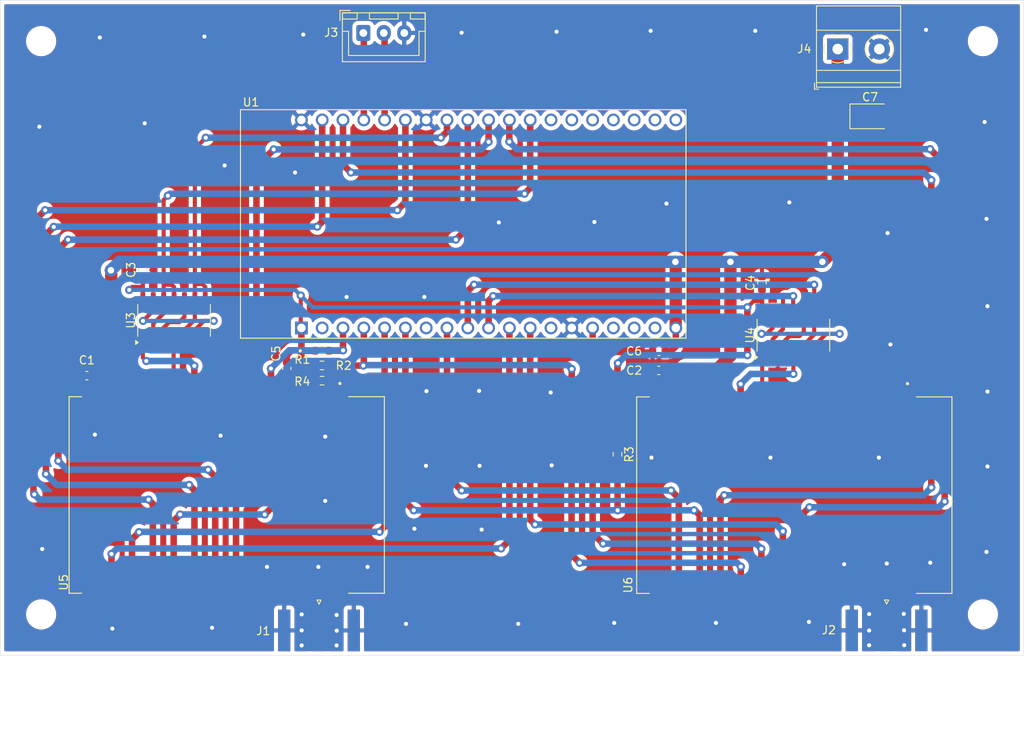
<source format=kicad_pcb>
(kicad_pcb (version 20240108) (generator "pcbnew") (generator_version "8.0")
  (layers (0 "F.Cu" signal) (31 "B.Cu" signal) (34 "B.Paste" user) (35 "F.Paste" user) (36 "B.SilkS" user "B.Silkscreen") (37 "F.SilkS" user "F.Silkscreen") (38 "B.Mask" user) (39 "F.Mask" user) (44 "Edge.Cuts" user))
  (net 0 "")
  (net 1 "+3.3V")
  (net 2 "GND")
  (net 3 "+5V")
  (net 4 "Net-(J1-In)")
  (net 5 "Net-(J2-In)")
  (net 6 "/RXD")
  (net 7 "/TXD")
  (net 8 "/MISO1")
  (net 9 "/MISO2")
  (net 10 "/BUSY2")
  (net 11 "/BUSY1")
  (net 12 "/SCK1")
  (net 13 "/RST2")
  (net 14 "/TXEN2")
  (net 15 "/INT1")
  (net 16 "/RST1")
  (net 17 "/TXEN1")
  (net 18 "/SCK2")
  (net 19 "/RXEN2")
  (net 20 "/RXEN1")
  (net 21 "/MOSI1")
  (net 22 "/CS2")
  (net 23 "/CS1")
  (net 24 "/MOSI2")
  (net 25 "/INT2")
  (net 26 "Net-(U3-Pad10)")
  (net 27 "Net-(U5-RXEN)")
  (net 28 "Net-(U5-TXEN)")
  (net 29 "Net-(U3-Pad13)")
  (net 30 "Net-(U4-Pad13)")
  (net 31 "Net-(U6-TXEN)")
  (net 32 "Net-(U4-Pad10)")
  (net 33 "Net-(U6-RXEN)")
  (footprint "MountingHole:MountingHole_3.2mm_M3_DIN965" (layer "F.Cu") (at 202.53 120.93)
    (property "Reference" "H2" (hide yes))
    (property "Value" "MountingHole" (hide yes))
  )
  (footprint "Connector_Coaxial:SMA_Amphenol_132289_EdgeMount" (layer "F.Cu") (at 190.77 122.88 -90)
    (property "Reference" "J2")
    (property "Value" "Conn_Coaxial" (hide yes))
  )
  (footprint "MountingHole:MountingHole_3.2mm_M3_DIN965" (layer "F.Cu") (at 202.53 50.93)
    (property "Reference" "H4" (hide yes))
    (property "Value" "MountingHole" (hide yes))
  )
  (footprint "Connector_Coaxial:SMA_Amphenol_132289_EdgeMount" (layer "F.Cu") (at 121.46 122.89 -90)
    (property "Reference" "J1")
    (property "Value" "Conn_Coaxial" (hide yes))
  )
  (footprint "Capacitor_SMD:C_0603_1608Metric" (layer "F.Cu") (at 162.95 91.14 180)
    (property "Reference" "C2")
    (property "Value" "100nF")
  )
  (footprint "Capacitor_SMD:C_0603_1608Metric" (layer "F.Cu") (at 117.53 90.89 -90)
    (property "Reference" "C5")
    (property "Value" "100nF")
  )
  (footprint "Capacitor_SMD:C_0603_1608Metric" (layer "F.Cu") (at 162.965 88.81 180)
    (property "Reference" "C6")
    (property "Value" "100nF")
  )
  (footprint "Package_SO:SO-14_3.9x8.65mm_P1.27mm" (layer "F.Cu") (at 179.39 86.835 90)
    (property "Reference" "U4")
    (property "Value" "74HCT02")
  )
  (footprint "Resistor_SMD:R_0603_1608Metric" (layer "F.Cu") (at 121.82 90.53)
    (property "Reference" "R2")
    (property "Value" "22k")
  )
  (footprint "Capacitor_SMD:C_0603_1608Metric" (layer "F.Cu") (at 93.11 91.77 180)
    (property "Reference" "C1")
    (property "Value" "100nF")
  )
  (footprint "MountingHole:MountingHole_3.2mm_M3_DIN965" (layer "F.Cu") (at 87.53 50.93)
    (property "Reference" "H3" (hide yes))
    (property "Value" "MountingHole" (hide yes))
  )
  (footprint "Resistor_SMD:R_0603_1608Metric" (layer "F.Cu") (at 157.91 101.39 -90)
    (property "Reference" "R3")
    (property "Value" "22k")
  )
  (footprint "IBDZ:XCVR_E22-900M30S" (layer "F.Cu") (at 110.19 106.3475 90)
    (property "Reference" "U5")
    (property "Value" "E22-900M30S")
  )
  (footprint "Resistor_SMD:R_0603_1608Metric" (layer "F.Cu") (at 121.835 92.39)
    (property "Reference" "R4")
    (property "Value" "22k")
  )
  (footprint "TerminalBlock_Phoenix:TerminalBlock_Phoenix_MKDS-1,5-2-5.08_1x02_P5.08mm_Horizontal" (layer "F.Cu") (at 184.805 51.895)
    (property "Reference" "J4")
    (property "Value" "Conn_01x02" (hide yes))
  )
  (footprint "IBDZ:XCVR_E22-900M30S" (layer "F.Cu") (at 179.5 106.37 90)
    (property "Reference" "U6")
    (property "Value" "E22-433M30S")
  )
  (footprint "Capacitor_Tantalum_SMD:CP_EIA-3528-21_Kemet-B" (layer "F.Cu") (at 188.7525 60.11)
    (property "Reference" "C7")
    (property "Value" "47uF")
  )
  (footprint "Connector_JST:JST_XH_B3B-XH-A_1x03_P2.50mm_Vertical" (layer "F.Cu") (at 126.87 49.93)
    (property "Reference" "J3")
    (property "Value" "Conn_01x03")
  )
  (footprint "Resistor_SMD:R_0603_1608Metric" (layer "F.Cu") (at 121.835 88.73)
    (property "Reference" "R1")
    (property "Value" "22k")
  )
  (footprint "Package_SO:SO-14_3.9x8.65mm_P1.27mm" (layer "F.Cu") (at 103.76 85.03 90)
    (property "Reference" "U3")
    (property "Value" "74HCT02")
  )
  (footprint "Capacitor_SMD:C_0603_1608Metric" (layer "F.Cu") (at 99.94 78.865 90)
    (property "Reference" "C3")
    (property "Value" "100nF")
  )
  (footprint "IBDZ:ESPRESSIF_ESP32-DEVKITC-32UE" (layer "F.Cu") (at 142.17 73.25 90)
    (property "Reference" "U1")
    (property "Value" "ESP32-DEVKITC-32UE")
  )
  (footprint "Capacitor_SMD:C_0603_1608Metric" (layer "F.Cu") (at 175.55 80.455 90)
    (property "Reference" "C4")
    (property "Value" "100nF")
  )
  (footprint "MountingHole:MountingHole_3.2mm_M3_DIN965" (layer "F.Cu") (at 87.53 120.93)
    (property "Reference" "H1" (hide yes))
    (property "Value" "MountingHole" (hide yes))
  )
  (gr_line (start 207.53 125.93) (end 82.53 125.93) (stroke (width 0.05)) (layer "Edge.Cuts"))
  (gr_line (start 82.53 125.93) (end 82.53 45.93) (stroke (width 0.05)) (layer "Edge.Cuts"))
  (gr_line (start 207.53 45.93) (end 207.53 125.93) (stroke (width 0.05)) (layer "Edge.Cuts"))
  (gr_line (start 82.53 45.93) (end 207.53 45.93) (stroke (width 0.05)) (layer "Edge.Cuts"))
  (segment (start 117.53 89.27) (end 117.53 90.115) (width 0.8) (layer "F.Cu") (net 1))
  (segment (start 99.95 82.555) (end 99.95 80.94) (width 0.5) (layer "F.Cu") (net 1))
  (segment (start 119.25 88.74) (end 121 88.74) (width 0.8) (layer "F.Cu") (net 1))
  (segment (start 119.3 88.69) (end 118.11 88.69) (width 0.8) (layer "F.Cu") (net 1))
  (segment (start 119.82 92.39) (end 121.01 92.39) (width 0.8) (layer "F.Cu") (net 1))
  (segment (start 119.31 91.88) (end 119.82 92.39) (width 0.8) (layer "F.Cu") (net 1))
  (segment (start 98.66 80.94) (end 98.29 81.31) (width 0.5) (layer "F.Cu") (net 1))
  (segment (start 99.95 80.94) (end 99.95 79.65) (width 0.5) (layer "F.Cu") (net 1))
  (segment (start 119.31 88.68) (end 119.31 90.67) (width 0.8) (layer "F.Cu") (net 1))
  (segment (start 118.11 88.69) (end 117.53 89.27) (width 0.8) (layer "F.Cu") (net 1))
  (segment (start 175.58 82.67) (end 174.53 82.67) (width 0.5) (layer "F.Cu") (net 1))
  (segment (start 157.91 90.31) (end 157.96 90.26) (width 0.8) (layer "F.Cu") (net 1))
  (segment (start 174.53 82.67) (end 173.77 83.43) (width 0.5) (layer "F.Cu") (net 1))
  (segment (start 119.31 88.68) (end 119.31 85.9125) (width 0.8) (layer "F.Cu") (net 1))
  (segment (start 99.95 79.65) (end 99.94 79.64) (width 0.5) (layer "F.Cu") (net 1))
  (segment (start 119.23 85.8325) (end 119.31 85.9125) (width 0.5) (layer "F.Cu") (net 1))
  (segment (start 119.45 90.53) (end 119.31 90.67) (width 0.8) (layer "F.Cu") (net 1))
  (segment (start 121 88.74) (end 121.01 88.73) (width 0.8) (layer "F.Cu") (net 1))
  (segment (start 173.77 83.43) (end 173.77 89.28) (width 0.8) (layer "F.Cu") (net 1))
  (segment (start 119.31 90.67) (end 119.31 91.88) (width 0.8) (layer "F.Cu") (net 1))
  (segment (start 119.25 88.74) (end 119.31 88.68) (width 0.8) (layer "F.Cu") (net 1))
  (segment (start 119.31 88.68) (end 119.3 88.69) (width 0.8) (layer "F.Cu") (net 1))
  (segment (start 175.58 84.36) (end 175.58 82.67) (width 0.5) (layer "F.Cu") (net 1))
  (segment (start 119.23 81.99) (end 119.23 85.8325) (width 0.5) (layer "F.Cu") (net 1))
  (segment (start 99.95 80.94) (end 98.66 80.94) (width 0.5) (layer "F.Cu") (net 1))
  (segment (start 120.995 90.53) (end 119.45 90.53) (width 0.8) (layer "F.Cu") (net 1))
  (segment (start 175.58 82.67) (end 175.58 82.37) (width 0.5) (layer "F.Cu") (net 1))
  (segment (start 175.58 82.37) (end 175.58 81.26) (width 0.5) (layer "F.Cu") (net 1))
  (segment (start 157.91 100.565) (end 157.91 90.31) (width 0.8) (layer "F.Cu") (net 1))
  (segment (start 175.58 81.26) (end 175.55 81.23) (width 0.5) (layer "F.Cu") (net 1))
  (via (at 173.77 83.43) (size 1) (drill 0.5) (layers "F.Cu" "B.Cu") (net 1))
  (via (at 98.29 81.31) (size 1) (drill 0.5) (layers "F.Cu" "B.Cu") (net 1))
  (via (at 119.23 81.99) (size 1) (drill 0.5) (layers "F.Cu" "B.Cu") (net 1))
  (via (at 173.77 89.28) (size 1) (drill 0.5) (layers "F.Cu" "B.Cu") (net 1))
  (via (at 157.96 90.26) (size 1) (drill 0.5) (layers "F.Cu" "B.Cu") (net 1))
  (segment (start 158.94 89.28) (end 157.96 90.26) (width 0.8) (layer "B.Cu") (net 1))
  (segment (start 120.67 83.43) (end 119.23 81.99) (width 0.5) (layer "B.Cu") (net 1))
  (segment (start 118.55 81.31) (end 119.23 81.99) (width 0.5) (layer "B.Cu") (net 1))
  (segment (start 173.77 83.43) (end 120.67 83.43) (width 0.5) (layer "B.Cu") (net 1))
  (segment (start 98.29 81.31) (end 118.55 81.31) (width 0.5) (layer "B.Cu") (net 1))
  (segment (start 173.77 89.28) (end 158.94 89.28) (width 0.8) (layer "B.Cu") (net 1))
  (via (at 94.09 98.98) (size 1) (drill 0.5) (layers "F.Cu" "B.Cu") (net 2))
  (via (at 157.51 121.97) (size 1) (drill 0.5) (layers "F.Cu" "B.Cu") (net 2))
  (via (at 145.79 122.09) (size 1) (drill 0.5) (layers "F.Cu" "B.Cu") (net 2))
  (via (at 119.54 50.13) (size 1) (drill 0.5) (layers "F.Cu" "B.Cu") (net 2))
  (via (at 176.59 101.79) (size 1) (drill 0.5) (layers "F.Cu" "B.Cu") (net 2))
  (via (at 202.74 60.8) (size 1) (drill 0.5) (layers "F.Cu" "B.Cu") (net 2))
  (via (at 134.58 93.67) (size 1) (drill 0.5) (layers "F.Cu" "B.Cu") (net 2))
  (via (at 178.89 70.62) (size 1) (drill 0.5) (layers "F.Cu" "B.Cu") (net 2))
  (via (at 189.83 101.79) (size 1) (drill 0.5) (layers "F.Cu" "B.Cu") (net 2))
  (via (at 141.01 93.64) (size 1) (drill 0.5) (layers "F.Cu" "B.Cu") (net 2))
  (via (at 109.93 66.11) (size 1) (drill 0.5) (layers "F.Cu" "B.Cu") (net 2))
  (via (at 188.64 120.89) (size 1) (drill 0.5) (layers "F.Cu" "B.Cu") (net 2))
  (via (at 196.1 114.62) (size 1) (drill 0.5) (layers "F.Cu" "B.Cu") (net 2))
  (via (at 119.34 124.72) (size 1) (drill 0.5) (layers "F.Cu" "B.Cu") (net 2))
  (via (at 133.11 110.47) (size 1) (drill 0.5) (layers "F.Cu" "B.Cu") (net 2))
  (via (at 162.06 101.79) (size 1) (drill 0.5) (layers "F.Cu" "B.Cu") (net 2))
  (via (at 203.09 93.73) (size 1) (drill 0.5) (layers "F.Cu" "B.Cu") (net 2))
  (via (at 119.34 122.89) (size 1) (drill 0.5) (layers "F.Cu" "B.Cu") (net 2))
  (via (at 192.9 122.87) (size 1) (drill 0.5) (layers "F.Cu" "B.Cu") (net 2))
  (via (at 141.32 110.58) (size 1) (drill 0.5) (layers "F.Cu" "B.Cu") (net 2))
  (via (at 191.24 87.97) (size 1) (drill 0.5) (layers "F.Cu" "B.Cu") (net 2))
  (via (at 149.75 93.83) (size 1) (drill 0.5) (layers "F.Cu" "B.Cu") (net 2))
  (via (at 192.92 124.69) (size 1) (drill 0.5) (layers "F.Cu" "B.Cu") (net 2))
  (via (at 190.79 114.72) (size 1) (drill 0.5) (layers "F.Cu" "B.Cu") (net 2))
  (via (at 188.64 124.7) (size 1) (drill 0.5) (layers "F.Cu" "B.Cu") (net 2))
  (via (at 87.31 61.38) (size 1) (drill 0.5) (layers "F.Cu" "B.Cu") (net 2))
  (via (at 107.47 50.37) (size 1) (drill 0.5) (layers "F.Cu" "B.Cu") (net 2))
  (via (at 123.61 121) (size 1) (drill 0.5) (layers "F.Cu" "B.Cu") (net 2))
  (via (at 203.09 102.87) (size 1) (drill 0.5) (layers "F.Cu" "B.Cu") (net 2))
  (via (at 123.6 124.72) (size 1) (drill 0.5) (layers "F.Cu" "B.Cu") (net 2))
  (via (at 174.73 49.67) (size 1) (drill 0.5) (layers "F.Cu" "B.Cu") (net 2))
  (via (at 115.11 115.13) (size 1) (drill 0.5) (layers "F.Cu" "B.Cu") (net 2))
  (via (at 185.59 114.81) (size 1) (drill 0.5) (layers "F.Cu" "B.Cu") (net 2))
  (via (at 122.22 99.22) (size 1) (drill 0.5) (layers "F.Cu" "B.Cu") (net 2))
  (via (at 203.09 83.3) (size 1) (drill 0.5) (layers "F.Cu" "B.Cu") (net 2))
  (via (at 134.32 82.17) (size 1) (drill 0.5) (layers "F.Cu" "B.Cu") (net 2))
  (via (at 132.08 122.09) (size 1) (drill 0.5) (layers "F.Cu" "B.Cu") (net 2))
  (via (at 138.87 49.9) (size 1) (drill 0.5) (layers "F.Cu" "B.Cu") (net 2))
  (via (at 150.47 49.78) (size 1) (drill 0.5) (layers "F.Cu" "B.Cu") (net 2))
  (via (at 119.34 120.93) (size 1) (drill 0.5) (layers "F.Cu" "B.Cu") (net 2))
  (via (at 122.22 107.07) (size 1) (drill 0.5) (layers "F.Cu" "B.Cu") (net 2))
  (via (at 163.89 70.77) (size 1) (drill 0.5) (layers "F.Cu" "B.Cu") (net 2))
  (via (at 155.09 73.01) (size 1) (drill 0.5) (layers "F.Cu" "B.Cu") (net 2))
  (via (at 123.62 122.92) (size 1) (drill 0.5) (layers "F.Cu" "B.Cu") (net 2))
  (via (at 149.87 102.73) (size 1) (drill 0.5) (layers "F.Cu" "B.Cu") (net 2))
  (via (at 190.89 74.37) (size 1) (drill 0.5) (layers "F.Cu" "B.Cu") (net 2))
  (via (at 108.4 122.56) (size 1) (drill 0.5) (layers "F.Cu" "B.Cu") (net 2))
  (via (at 188.64 122.9) (size 1) (drill 0.5) (layers "F.Cu" "B.Cu") (net 2))
  (via (at 161.96 49.67) (size 1) (drill 0.5) (layers "F.Cu" "B.Cu") (net 2))
  (via (at 143.42 73.07) (size 1) (drill 0.5) (layers "F.Cu" "B.Cu") (net 2))
  (via (at 141.07 102.78) (size 1) (drill 0.5) (layers "F.Cu" "B.Cu") (net 2))
  (via (at 195.59 49.55) (size 1) (drill 0.5) (layers "F.Cu" "B.Cu") (net 2))
  (via (at 202.97 72.63) (size 1) (drill 0.5) (layers "F.Cu" "B.Cu") (net 2))
  (via (at 87.66 112.95) (size 1) (drill 0.5) (layers "F.Cu" "B.Cu") (net 2))
  (via (at 134.52 102.79) (size 1) (drill 0.5) (layers "F.Cu" "B.Cu") (net 2))
  (via (at 169.93 121.97) (size 1) (drill 0.5) (layers "F.Cu" "B.Cu") (net 2))
  (via (at 192.87 120.87) (size 1) (drill 0.5) (layers "F.Cu" "B.Cu") (net 2))
  (via (at 121.38 115.13) (size 1) (drill 0.5) (layers "F.Cu" "B.Cu") (net 2))
  (via (at 124.83 82.17) (size 1) (drill 0.5) (layers "F.Cu" "B.Cu") (net 2))
  (via (at 96.22 122.67) (size 1) (drill 0.5) (layers "F.Cu" "B.Cu") (net 2))
  (via (at 202.97 113.3) (size 1) (drill 0.5) (layers "F.Cu" "B.Cu") (net 2))
  (via (at 181.29 121.85) (size 1) (drill 0.5) (layers "F.Cu" "B.Cu") (net 2))
  (via (at 94.69 50.49) (size 1) (drill 0.5) (layers "F.Cu" "B.Cu") (net 2))
  (via (at 100.17 60.96) (size 1) (drill 0.5) (layers "F.Cu" "B.Cu") (net 2))
  (via (at 118.53 66.97) (size 1) (drill 0.5) (layers "F.Cu" "B.Cu") (net 2))
  (via (at 109.44 99.1) (size 1) (drill 0.5) (layers "F.Cu" "B.Cu") (net 2))
  (via (at 127.39 115.13) (size 1) (drill 0.5) (layers "F.Cu" "B.Cu") (net 2))
  (segment (start 171.7 77.88) (end 171.7 89.37) (width 1.5) (layer "F.Cu") (net 3))
  (segment (start 171.7 89.37) (end 170.12 90.95) (width 1.5) (layer "F.Cu") (net 3))
  (segment (start 98.63 92.46) (end 97.94 91.77) (width 1.5) (layer "F.Cu") (net 3))
  (segment (start 165.4 91.83) (end 165.4 94.795) (width 1.5) (layer "F.Cu") (net 3))
  (segment (start 165.03 85.9125) (end 165.02 85.9025) (width 1.5) (layer "F.Cu") (net 3))
  (segment (start 93.885 91.77) (end 96.09 91.77) (width 0.8) (layer "F.Cu") (net 3))
  (segment (start 187.215 60.11) (end 184.815 60.11) (width 1.5) (layer "F.Cu") (net 3))
  (segment (start 98.63 94.7725) (end 98.63 92.46) (width 1.5) (layer "F.Cu") (net 3))
  (segment (start 164.42 88.81) (end 163.74 88.81) (width 0.8) (layer "F.Cu") (net 3))
  (segment (start 170.12 90.95) (end 167.88 90.95) (width 1.5) (layer "F.Cu") (net 3))
  (segment (start 165.02 85.9025) (end 165.02 77.92) (width 1.5) (layer "F.Cu") (net 3))
  (segment (start 96.09 80.94) (end 96.09 91.77) (width 1.5) (layer "F.Cu") (net 3))
  (segment (start 167.94 94.795) (end 167.94 91.01) (width 1.5) (layer "F.Cu") (net 3))
  (segment (start 96.09 78.95) (end 96.09 80.94) (width 1.5) (layer "F.Cu") (net 3))
  (segment (start 163.725 91.14) (end 166.09 91.14) (width 0.8) (layer "F.Cu") (net 3))
  (segment (start 165.03 85.9125) (end 165.03 88.2) (width 0.8) (layer "F.Cu") (net 3))
  (segment (start 184.805 76.005) (end 184.805 60.1) (width 1.5) (layer "F.Cu") (net 3))
  (segment (start 97.94 91.77) (end 96.09 91.77) (width 1.5) (layer "F.Cu") (net 3))
  (segment (start 165.03 88.2) (end 164.42 88.81) (width 0.8) (layer "F.Cu") (net 3))
  (segment (start 166.28 90.95) (end 165.4 91.83) (width 1.5) (layer "F.Cu") (net 3))
  (segment (start 165.02 77.92) (end 164.98 77.88) (width 1.5) (layer "F.Cu") (net 3))
  (segment (start 184.805 60.1) (end 184.805 51.895) (width 1.5) (layer "F.Cu") (net 3))
  (segment (start 165.43 94.825) (end 165.4 94.795) (width 0.8) (layer "F.Cu") (net 3))
  (segment (start 167.88 90.95) (end 166.28 90.95) (width 1.5) (layer "F.Cu") (net 3))
  (segment (start 184.815 60.11) (end 184.805 60.1) (width 1.5) (layer "F.Cu") (net 3))
  (segment (start 166.09 91.14) (end 166.28 90.95) (width 0.8) (layer "F.Cu") (net 3))
  (segment (start 96.09 91.77) (end 96.09 94.7725) (width 1.5) (layer "F.Cu") (net 3))
  (segment (start 167.94 91.01) (end 167.88 90.95) (width 1.5) (layer "F.Cu") (net 3))
  (segment (start 96.05 78.91) (end 96.09 78.95) (width 1.5) (layer "F.Cu") (net 3))
  (segment (start 182.93 77.88) (end 184.805 76.005) (width 1.5) (layer "F.Cu") (net 3))
  (via (at 96.05 78.91) (size 1.5) (drill 0.8) (layers "F.Cu" "B.Cu") (net 3))
  (via (at 171.7 77.88) (size 1.5) (drill 0.8) (layers "F.Cu" "B.Cu") (net 3))
  (via (at 164.98 77.88) (size 1.5) (drill 0.8) (layers "F.Cu" "B.Cu") (net 3))
  (via (at 182.93 77.88) (size 1.5) (drill 0.8) (layers "F.Cu" "B.Cu") (net 3))
  (segment (start 97.08 77.88) (end 96.05 78.91) (width 1.5) (layer "B.Cu") (net 3))
  (segment (start 182.93 77.88) (end 171.7 77.88) (width 1.5) (layer "B.Cu") (net 3))
  (segment (start 119.31 77.88) (end 97.08 77.88) (width 1.5) (layer "B.Cu") (net 3))
  (segment (start 119.31 77.88) (end 171.7 77.88) (width 1.5) (layer "B.Cu") (net 3))
  (segment (start 171.7 77.88) (end 171.71 77.87) (width 1.5) (layer "B.Cu") (net 3))
  (segment (start 121.47 117.9225) (end 121.47 122.88) (width 1.5) (layer "F.Cu") (net 4))
  (segment (start 121.47 122.88) (end 121.46 122.89) (width 1.5) (layer "F.Cu") (net 4))
  (segment (start 190.78 122.87) (end 190.77 122.88) (width 1.5) (layer "F.Cu") (net 5))
  (segment (start 190.78 117.945) (end 190.78 122.87) (width 1.5) (layer "F.Cu") (net 5))
  (segment (start 129.47 60.55) (end 129.47 50.03) (width 0.8) (layer "F.Cu") (net 6))
  (segment (start 129.47 50.03) (end 129.37 49.93) (width 0.8) (layer "F.Cu") (net 6))
  (segment (start 126.93 49.99) (end 126.87 49.93) (width 0.8) (layer "F.Cu") (net 7))
  (segment (start 126.93 60.55) (end 126.93 49.99) (width 0.8) (layer "F.Cu") (net 7))
  (segment (start 115.59 107.97) (end 115.59 90.91) (width 0.8) (layer "F.Cu") (net 8))
  (segment (start 104.5 108.73) (end 103.71 109.52) (width 0.8) (layer "F.Cu") (net 8))
  (segment (start 124.39 85.95) (end 124.39 88.68) (width 0.8) (layer "F.Cu") (net 8))
  (segment (start 114.83 108.73) (end 115.59 107.97) (width 0.8) (layer "F.Cu") (net 8))
  (segment (start 103.71 109.52) (end 103.71 117.9225) (width 0.8) (layer "F.Cu") (net 8))
  (segment (start 124.36 88.73) (end 124.4 88.69) (width 0.8) (layer "F.Cu") (net 8))
  (segment (start 124.39 88.68) (end 124.4 88.69) (width 0.8) (layer "F.Cu") (net 8))
  (segment (start 122.66 88.73) (end 124.36 88.73) (width 0.8) (layer "F.Cu") (net 8))
  (via (at 124.4 88.69) (size 1) (drill 0.5) (layers "F.Cu" "B.Cu") (net 8))
  (via (at 114.83 108.73) (size 1) (drill 0.5) (layers "F.Cu" "B.Cu") (net 8))
  (via (at 104.5 108.73) (size 1) (drill 0.5) (layers "F.Cu" "B.Cu") (net 8))
  (via (at 115.59 90.91) (size 1) (drill 0.5) (layers "F.Cu" "B.Cu") (net 8))
  (segment (start 117.81 88.69) (end 115.59 90.91) (width 0.8) (layer "B.Cu") (net 8))
  (segment (start 114.83 108.73) (end 104.5 108.73) (width 0.8) (layer "B.Cu") (net 8))
  (segment (start 119.1 88.69) (end 117.81 88.69) (width 0.8) (layer "B.Cu") (net 8))
  (segment (start 124.4 88.69) (end 119.1 88.69) (width 0.8) (layer "B.Cu") (net 8))
  (segment (start 172.97 117.895) (end 173.02 117.945) (width 0.8) (layer "F.Cu") (net 9))
  (segment (start 126.87 90.55) (end 122.665 90.55) (width 0.8) (layer "F.Cu") (net 9))
  (segment (start 152.32 90.96) (end 152.32 91.81) (width 0.8) (layer "F.Cu") (net 9))
  (segment (start 126.87 90.55) (end 126.93 90.49) (width 0.8) (layer "F.Cu") (net 9))
  (segment (start 126.93 90.49) (end 126.93 85.95) (width 0.8) (layer "F.Cu") (net 9))
  (segment (start 152.32 91.81) (end 152.3 91.83) (width 0.8) (layer "F.Cu") (net 9))
  (segment (start 152.3 113.27) (end 152.3 113.64) (width 0.8) (layer "F.Cu") (net 9))
  (segment (start 122.665 90.55) (end 122.645 90.53) (width 0.8) (layer "F.Cu") (net 9))
  (segment (start 172.97 115.1) (end 172.97 117.895) (width 0.8) (layer "F.Cu") (net 9))
  (segment (start 152.3 91.83) (end 152.3 113.27) (width 0.8) (layer "F.Cu") (net 9))
  (segment (start 152.3 113.64) (end 153.29 114.63) (width 0.8) (layer "F.Cu") (net 9))
  (via (at 172.97 115.1) (size 1) (drill 0.5) (layers "F.Cu" "B.Cu") (net 9))
  (via (at 152.32 90.96) (size 1) (drill 0.5) (layers "F.Cu" "B.Cu") (net 9))
  (via (at 153.29 114.63) (size 1) (drill 0.5) (layers "F.Cu" "B.Cu") (net 9))
  (via (at 126.87 90.55) (size 1) (drill 0.5) (layers "F.Cu" "B.Cu") (net 9))
  (segment (start 126.93 90.49) (end 151.85 90.49) (width 0.8) (layer "B.Cu") (net 9))
  (segment (start 126.87 90.55) (end 126.93 90.49) (width 0.8) (layer "B.Cu") (net 9))
  (segment (start 151.85 90.49) (end 152.32 90.96) (width 0.8) (layer "B.Cu") (net 9))
  (segment (start 153.29 114.63) (end 172.5 114.63) (width 0.8) (layer "B.Cu") (net 9))
  (segment (start 172.5 114.63) (end 172.97 115.1) (width 0.8) (layer "B.Cu") (net 9))
  (segment (start 167.94 108.8) (end 167.94 117.945) (width 0.8) (layer "F.Cu") (net 10))
  (segment (start 167.36 108.22) (end 167.94 108.8) (width 0.8) (layer "F.Cu") (net 10))
  (segment (start 157.92 102.225) (end 157.92 108.22) (width 0.8) (layer "F.Cu") (net 10))
  (segment (start 157.91 102.215) (end 157.92 102.225) (width 0.8) (layer "F.Cu") (net 10))
  (segment (start 132.01 85.95) (end 132.01 107.2) (width 0.8) (layer "F.Cu") (net 10))
  (segment (start 132.01 107.2) (end 133.03 108.22) (width 0.8) (layer "F.Cu") (net 10))
  (segment (start 167.26 108.22) (end 167.36 108.22) (width 0.8) (layer "F.Cu") (net 10))
  (via (at 157.92 108.22) (size 1) (drill 0.5) (layers "F.Cu" "B.Cu") (net 10))
  (via (at 167.26 108.22) (size 1) (drill 0.5) (layers "F.Cu" "B.Cu") (net 10))
  (via (at 133.03 108.22) (size 1) (drill 0.5) (layers "F.Cu" "B.Cu") (net 10))
  (segment (start 157.92 108.22) (end 167.26 108.22) (width 0.8) (layer "B.Cu") (net 10))
  (segment (start 133.03 108.22) (end 157.92 108.22) (width 0.8) (layer "B.Cu") (net 10))
  (segment (start 129.47 85.95) (end 129.47 92.42) (width 0.8) (layer "F.Cu") (net 11))
  (segment (start 98.63 111.75) (end 98.63 117.9225) (width 0.8) (layer "F.Cu") (net 11))
  (segment (start 129.44 92.39) (end 129.47 92.42) (width 0.8) (layer "F.Cu") (net 11))
  (segment (start 129.47 110.22) (end 128.84 110.85) (width 0.8) (layer "F.Cu") (net 11))
  (segment (start 99.48 110.9) (end 98.63 111.75) (width 0.8) (layer "F.Cu") (net 11))
  (segment (start 129.47 92.42) (end 129.47 110.22) (width 0.8) (layer "F.Cu") (net 11))
  (segment (start 99.48 110.89) (end 99.48 110.9) (width 0.8) (layer "F.Cu") (net 11))
  (segment (start 122.66 92.39) (end 129.44 92.39) (width 0.8) (layer "F.Cu") (net 11))
  (via (at 99.48 110.89) (size 1) (drill 0.5) (layers "F.Cu" "B.Cu") (net 11))
  (via (at 128.84 110.85) (size 1) (drill 0.5) (layers "F.Cu" "B.Cu") (net 11))
  (segment (start 99.52 110.85) (end 128.84 110.85) (width 0.8) (layer "B.Cu") (net 11))
  (segment (start 99.48 110.89) (end 99.52 110.85) (width 0.8) (layer "B.Cu") (net 11))
  (segment (start 108.79 104.14) (end 108.79 117.9225) (width 0.8) (layer "F.Cu") (net 12))
  (segment (start 138.18 75.17) (end 139.63 73.72) (width 0.8) (layer "F.Cu") (net 12))
  (segment (start 107.92 103.27) (end 108.79 104.14) (width 0.8) (layer "F.Cu") (net 12))
  (segment (start 139.63 73.72) (end 139.63 60.55) (width 0.8) (layer "F.Cu") (net 12))
  (segment (start 89.63 76.36) (end 90.82 75.17) (width 0.8) (layer "F.Cu") (net 12))
  (segment (start 89.63 102.18) (end 89.63 76.36) (width 0.8) (layer "F.Cu") (net 12))
  (segment (start 138.17 75.17) (end 138.18 75.17) (width 0.8) (layer "F.Cu") (net 12))
  (via (at 138.17 75.17) (size 1) (drill 0.5) (layers "F.Cu" "B.Cu") (net 12))
  (via (at 107.92 103.27) (size 1) (drill 0.5) (layers "F.Cu" "B.Cu") (net 12))
  (via (at 90.82 75.17) (size 1) (drill 0.5) (layers "F.Cu" "B.Cu") (net 12))
  (via (at 89.63 102.18) (size 1) (drill 0.5) (layers "F.Cu" "B.Cu") (net 12))
  (segment (start 138.17 75.17) (end 90.82 75.17) (width 0.8) (layer "B.Cu") (net 12))
  (segment (start 90.7 103.25) (end 89.63 102.18) (width 0.8) (layer "B.Cu") (net 12))
  (segment (start 107.9 103.25) (end 90.7 103.25) (width 0.8) (layer "B.Cu") (net 12))
  (segment (start 107.92 103.27) (end 107.9 103.25) (width 0.8) (layer "B.Cu") (net 12))
  (segment (start 170.48 117.945) (end 170.48 106.85) (width 0.8) (layer "F.Cu") (net 13))
  (segment (start 124.39 66) (end 124.39 60.55) (width 0.8) (layer "F.Cu") (net 13))
  (segment (start 170.48 106.85) (end 170.95 106.38) (width 0.8) (layer "F.Cu") (net 13))
  (segment (start 125.36 66.97) (end 124.39 66) (width 0.8) (layer "F.Cu") (net 13))
  (segment (start 196.23 67.9) (end 196.23 105.44) (width 0.8) (layer "F.Cu") (net 13))
  (via (at 125.36 66.97) (size 1) (drill 0.5) (layers "F.Cu" "B.Cu") (net 13))
  (via (at 170.95 106.38) (size 1) (drill 0.5) (layers "F.Cu" "B.Cu") (net 13))
  (via (at 196.23 105.44) (size 1) (drill 0.5) (layers "F.Cu" "B.Cu") (net 13))
  (via (at 196.23 67.9) (size 1) (drill 0.5) (layers "F.Cu" "B.Cu") (net 13))
  (segment (start 195.3 66.97) (end 196.23 67.9) (width 0.8) (layer "B.Cu") (net 13))
  (segment (start 195.29 106.38) (end 196.23 105.44) (width 0.8) (layer "B.Cu") (net 13))
  (segment (start 170.95 106.38) (end 195.29 106.38) (width 0.8) (layer "B.Cu") (net 13))
  (segment (start 125.36 66.97) (end 195.3 66.97) (width 0.8) (layer "B.Cu") (net 13))
  (segment (start 142.17 82.62) (end 142.73 82.06) (width 0.8) (layer "F.Cu") (net 14))
  (segment (start 178.12 84.36) (end 178.12 82.34) (width 0.5) (layer "F.Cu") (net 14))
  (segment (start 176.85 87.35) (end 176.85 89.31) (width 0.5) (layer "F.Cu") (net 14))
  (segment (start 178.12 86.08) (end 176.85 87.35) (width 0.5) (layer "F.Cu") (net 14))
  (segment (start 178.12 84.36) (end 178.12 86.08) (width 0.5) (layer "F.Cu") (net 14))
  (segment (start 178.12 82.34) (end 178.4 82.06) (width 0.5) (layer "F.Cu") (net 14))
  (segment (start 179.36 84.33) (end 179.39 84.36) (width 0.5) (layer "F.Cu") (net 14))
  (segment (start 178.4 82.06) (end 179.36 82.06) (width 0.5) (layer "F.Cu") (net 14))
  (segment (start 142.17 85.95) (end 142.17 82.62) (width 0.8) (layer "F.Cu") (net 14))
  (segment (start 179.36 82.06) (end 179.36 84.33) (width 0.5) (layer "F.Cu") (net 14))
  (via (at 179.36 82.06) (size 1) (drill 0.5) (layers "F.Cu" "B.Cu") (net 14))
  (via (at 142.73 82.06) (size 1) (drill 0.5) (layers "F.Cu" "B.Cu") (net 14))
  (segment (start 142.73 82.06) (end 179.36 82.06) (width 0.8) (layer "B.Cu") (net 14))
  (segment (start 96.12 113.55) (end 96.12 117.8925) (width 0.8) (layer "F.Cu") (net 15))
  (segment (start 144.71 85.95) (end 144.71 111.86) (width 0.8) (layer "F.Cu") (net 15))
  (segment (start 144.71 111.86) (end 143.69 112.88) (width 0.8) (layer "F.Cu") (net 15))
  (segment (start 96.12 117.8925) (end 96.09 117.9225) (width 0.8) (layer "F.Cu") (net 15))
  (via (at 96.12 113.55) (size 1) (drill 0.5) (layers "F.Cu" "B.Cu") (net 15))
  (via (at 143.69 112.88) (size 1) (drill 0.5) (layers "F.Cu" "B.Cu") (net 15))
  (segment (start 143.69 112.88) (end 96.79 112.88) (width 0.8) (layer "B.Cu") (net 15))
  (segment (start 96.79 112.88) (end 96.12 113.55) (width 0.8) (layer "B.Cu") (net 15))
  (segment (start 86.59 106.16) (end 86.7 106.27) (width 0.8) (layer "F.Cu") (net 16))
  (segment (start 132.01 70.58) (end 132.01 60.55) (width 0.8) (layer "F.Cu") (net 16))
  (segment (start 101.17 107.44) (end 100.64 106.91) (width 0.8) (layer "F.Cu") (net 16))
  (segment (start 88.02 71.57) (end 86.59 73) (width 0.8) (layer "F.Cu") (net 16))
  (segment (start 101.17 117.9225) (end 101.17 107.44) (width 0.8) (layer "F.Cu") (net 16))
  (segment (start 131.02 71.57) (end 132.01 70.58) (width 0.8) (layer "F.Cu") (net 16))
  (segment (start 86.59 73) (end 86.59 106.16) (width 0.8) (layer "F.Cu") (net 16))
  (via (at 88.02 71.57) (size 1) (drill 0.5) (layers "F.Cu" "B.Cu") (net 16))
  (via (at 131.02 71.57) (size 1) (drill 0.5) (layers "F.Cu" "B.Cu") (net 16))
  (via (at 100.64 106.91) (size 1) (drill 0.5) (layers "F.Cu" "B.Cu") (net 16))
  (via (at 86.7 106.27) (size 1) (drill 0.5) (layers "F.Cu" "B.Cu") (net 16))
  (segment (start 86.7 106.27) (end 87.34 106.91) (width 0.8) (layer "B.Cu") (net 16))
  (segment (start 87.34 106.91) (end 100.64 106.91) (width 0.8) (layer "B.Cu") (net 16))
  (segment (start 131.02 71.57) (end 88.02 71.57) (width 0.8) (layer "B.Cu") (net 16))
  (segment (start 103.48 80.68) (end 102.49 80.68) (width 0.5) (layer "F.Cu") (net 17))
  (segment (start 102.49 82.555) (end 102.49 80.68) (width 0.5) (layer "F.Cu") (net 17))
  (segment (start 103.76 82.555) (end 103.76 80.96) (width 0.5) (layer "F.Cu") (net 17))
  (segment (start 147.25 68.87) (end 147.25 60.55) (width 0.8) (layer "F.Cu") (net 17))
  (segment (start 101.22 85.44) (end 101.22 87.505) (width 0.5) (layer "F.Cu") (net 17))
  (segment (start 102.49 80.68) (end 102.49 70.31) (width 0.5) (layer "F.Cu") (net 17))
  (segment (start 103.76 80.96) (end 103.48 80.68) (width 0.5) (layer "F.Cu") (net 17))
  (segment (start 102.49 82.555) (end 102.49 84.17) (width 0.5) (layer "F.Cu") (net 17))
  (segment (start 102.49 70.31) (end 103 69.8) (width 0.5) (layer "F.Cu") (net 17))
  (segment (start 146.56 69.56) (end 147.25 68.87) (width 0.8) (layer "F.Cu") (net 17))
  (segment (start 102.49 84.17) (end 101.22 85.44) (width 0.5) (layer "F.Cu") (net 17))
  (via (at 103 69.8) (size 1) (drill 0.5) (layers "F.Cu" "B.Cu") (net 17))
  (via (at 146.56 69.56) (size 1) (drill 0.5) (layers "F.Cu" "B.Cu") (net 17))
  (segment (start 103.24 69.56) (end 103 69.8) (width 0.8) (layer "B.Cu") (net 17))
  (segment (start 146.56 69.56) (end 103.24 69.56) (width 0.8) (layer "B.Cu") (net 17))
  (segment (start 178.1 110.78) (end 178.1 117.945) (width 0.8) (layer "F.Cu") (net 18))
  (segment (start 147.25 109.36) (end 147.84 109.95) (width 0.8) (layer "F.Cu") (net 18))
  (segment (start 147.25 85.95) (end 147.25 109.36) (width 0.8) (layer "F.Cu") (net 18))
  (via (at 147.84 109.95) (size 1) (drill 0.5) (layers "F.Cu" "B.Cu") (net 18))
  (via (at 178.1 110.78) (size 1) (drill 0.5) (layers "F.Cu" "B.Cu") (net 18))
  (segment (start 177.27 109.95) (end 147.84 109.95) (width 0.8) (layer "B.Cu") (net 18))
  (segment (start 178.1 110.78) (end 177.27 109.95) (width 0.8) (layer "B.Cu") (net 18))
  (segment (start 181.93 84.36) (end 181.93 82.15) (width 0.5) (layer "F.Cu") (net 19))
  (segment (start 181.93 86.75) (end 181.93 84.36) (width 0.5) (layer "F.Cu") (net 19))
  (segment (start 180.66 88.02) (end 181.93 86.75) (width 0.5) (layer "F.Cu") (net 19))
  (segment (start 181.93 80.68) (end 181.92 80.67) (width 0.5) (layer "F.Cu") (net 19))
  (segment (start 182.81 82.15) (end 181.93 82.15) (width 0.5) (layer "F.Cu") (net 19))
  (segment (start 139.63 81.44) (end 139.63 85.95) (width 0.8) (layer "F.Cu") (net 19))
  (segment (start 183.2 82.54) (end 182.81 82.15) (width 0.5) (layer "F.Cu") (net 19))
  (segment (start 180.66 89.31) (end 180.66 88.02) (width 0.5) (layer "F.Cu") (net 19))
  (segment (start 140.4 80.67) (end 139.63 81.44) (width 0.8) (layer "F.Cu") (net 19))
  (segment (start 181.93 82.15) (end 181.93 80.68) (width 0.5) (layer "F.Cu") (net 19))
  (segment (start 183.2 84.36) (end 183.2 82.54) (width 0.5) (layer "F.Cu") (net 19))
  (via (at 181.92 80.67) (size 1) (drill 0.5) (layers "F.Cu" "B.Cu") (net 19))
  (via (at 140.4 80.67) (size 1) (drill 0.5) (layers "F.Cu" "B.Cu") (net 19))
  (segment (start 181.92 80.67) (end 140.4 80.67) (width 0.8) (layer "B.Cu") (net 19))
  (segment (start 105.03 86.2) (end 106.3 84.93) (width 0.5) (layer "F.Cu") (net 20))
  (segment (start 105.03 87.505) (end 105.03 86.2) (width 0.5) (layer "F.Cu") (net 20))
  (segment (start 107.63 62.72) (end 106.3 64.05) (width 0.5) (layer "F.Cu") (net 20))
  (segment (start 106.3 64.05) (end 106.3 80.62) (width 0.5) (layer "F.Cu") (net 20))
  (segment (start 106.33 80.59) (end 106.3 80.62) (width 0.5) (layer "F.Cu") (net 20))
  (segment (start 106.3 80.62) (end 106.3 82.555) (width 0.5) (layer "F.Cu") (net 20))
  (segment (start 107.57 82.555) (end 107.57 80.94) (width 0.5) (layer "F.Cu") (net 20))
  (segment (start 107.57 80.94) (end 107.22 80.59) (width 0.5) (layer "F.Cu") (net 20))
  (segment (start 106.3 84.93) (end 106.3 82.555) (width 0.5) (layer "F.Cu") (net 20))
  (segment (start 137.09 61.97) (end 137.09 60.55) (width 0.8) (layer "F.Cu") (net 20))
  (segment (start 107.22 80.59) (end 106.33 80.59) (width 0.5) (layer "F.Cu") (net 20))
  (segment (start 136.34 62.72) (end 137.09 61.97) (width 0.8) (layer "F.Cu") (net 20))
  (via (at 107.63 62.72) (size 1) (drill 0.5) (layers "F.Cu" "B.Cu") (net 20))
  (via (at 136.34 62.72) (size 1) (drill 0.5) (layers "F.Cu" "B.Cu") (net 20))
  (segment (start 107.63 62.72) (end 136.34 62.72) (width 0.8) (layer "B.Cu") (net 20))
  (segment (start 121.85 72.98) (end 121.85 60.55) (width 0.8) (layer "F.Cu") (net 21))
  (segment (start 106.25 117.9225) (end 106.25 105.77) (width 0.8) (layer "F.Cu") (net 21))
  (segment (start 89.07 73.61) (end 88.12 74.56) (width 0.8) (layer "F.Cu") (net 21))
  (segment (start 88.12 74.56) (end 88.12 103.79) (width 0.8) (layer "F.Cu") (net 21))
  (segment (start 106.25 105.77) (end 105.6 105.12) (width 0.8) (layer "F.Cu") (net 21))
  (segment (start 121.25 73.58) (end 121.85 72.98) (width 0.8) (layer "F.Cu") (net 21))
  (via (at 105.6 105.12) (size 1) (drill 0.5) (layers "F.Cu" "B.Cu") (net 21))
  (via (at 88.12 103.79) (size 1) (drill 0.5) (layers "F.Cu" "B.Cu") (net 21))
  (via (at 121.25 73.58) (size 1) (drill 0.5) (layers "F.Cu" "B.Cu") (net 21))
  (via (at 89.07 73.61) (size 1) (drill 0.5) (layers "F.Cu" "B.Cu") (net 21))
  (segment (start 89.45 105.12) (end 105.6 105.12) (width 0.8) (layer "B.Cu") (net 21))
  (segment (start 89.1 73.58) (end 89.07 73.61) (width 0.8) (layer "B.Cu") (net 21))
  (segment (start 121.25 73.58) (end 89.1 73.58) (width 0.8) (layer "B.Cu") (net 21))
  (segment (start 88.12 103.79) (end 89.45 105.12) (width 0.8) (layer "B.Cu") (net 21))
  (segment (start 180.64 108.55) (end 181.34 107.85) (width 0.8) (layer "F.Cu") (net 22))
  (segment (start 180.64 117.945) (end 180.64 108.55) (width 0.8) (layer "F.Cu") (net 22))
  (segment (start 196.08 64.12) (end 197.86 65.9) (width 0.8) (layer "F.Cu") (net 22))
  (segment (start 197.86 65.9) (end 197.86 107.14) (width 0.8) (layer "F.Cu") (net 22))
  (segment (start 144.7 63.21) (end 144.7 60.56) (width 0.8) (layer "F.Cu") (net 22))
  (segment (start 144.7 60.56) (end 144.71 60.55) (width 0.8) (layer "F.Cu") (net 22))
  (via (at 196.08 64.12) (size 1) (drill 0.5) (layers "F.Cu" "B.Cu") (net 22))
  (via (at 197.86 107.14) (size 1) (drill 0.5) (layers "F.Cu" "B.Cu") (net 22))
  (via (at 181.34 107.85) (size 1) (drill 0.5) (layers "F.Cu" "B.Cu") (net 22))
  (via (at 144.7 63.21) (size 1) (drill 0.5) (layers "F.Cu" "B.Cu") (net 22))
  (segment (start 197.15 107.85) (end 197.86 107.14) (width 0.8) (layer "B.Cu") (net 22))
  (segment (start 196.08 64.12) (end 145.61 64.12) (width 0.8) (layer "B.Cu") (net 22))
  (segment (start 181.34 107.85) (end 197.15 107.85) (width 0.8) (layer "B.Cu") (net 22))
  (segment (start 145.61 64.12) (end 144.7 63.21) (width 0.8) (layer "B.Cu") (net 22))
  (segment (start 111.33 107.64) (end 111.33 117.9225) (width 0.8) (layer "F.Cu") (net 23))
  (segment (start 115.93 64.15) (end 113.82 66.26) (width 0.8) (layer "F.Cu") (net 23))
  (segment (start 113.82 105.15) (end 111.33 107.64) (width 0.8) (layer "F.Cu") (net 23))
  (segment (start 113.82 66.26) (end 113.82 105.15) (width 0.8) (layer "F.Cu") (net 23))
  (segment (start 142.17 63.23) (end 142.17 60.55) (width 0.8) (layer "F.Cu") (net 23))
  (via (at 115.93 64.15) (size 1) (drill 0.5) (layers "F.Cu" "B.Cu") (net 23))
  (via (at 142.17 63.23) (size 1) (drill 0.5) (layers "F.Cu" "B.Cu") (net 23))
  (segment (start 141.25 64.15) (end 142.17 63.23) (width 0.8) (layer "B.Cu") (net 23))
  (segment (start 115.93 64.15) (end 141.25 64.15) (width 0.8) (layer "B.Cu") (net 23))
  (segment (start 154.87 85.95) (end 154.87 111.01) (width 0.8) (layer "F.Cu") (net 24))
  (segment (start 175.48 112.92) (end 175.48 117.865) (width 0.8) (layer "F.Cu") (net 24))
  (segment (start 154.87 111.01) (end 156.15 112.29) (width 0.8) (layer "F.Cu") (net 24))
  (segment (start 175.48 117.865) (end 175.56 117.945) (width 0.8) (layer "F.Cu") (net 24))
  (via (at 175.48 112.92) (size 1) (drill 0.5) (layers "F.Cu" "B.Cu") (net 24))
  (via (at 156.15 112.29) (size 1) (drill 0.5) (layers "F.Cu" "B.Cu") (net 24))
  (segment (start 156.15 112.29) (end 174.85 112.29) (width 0.8) (layer "B.Cu") (net 24))
  (segment (start 174.85 112.29) (end 175.48 112.92) (width 0.8) (layer "B.Cu") (net 24))
  (segment (start 137.09 104.01) (end 138.88 105.8) (width 0.8) (layer "F.Cu") (net 25))
  (segment (start 165.4 106.75) (end 165.4 117.945) (width 0.8) (layer "F.Cu") (net 25))
  (segment (start 137.09 85.95) (end 137.09 104.01) (width 0.8) (layer "F.Cu") (net 25))
  (segment (start 164.45 105.8) (end 165.4 106.75) (width 0.8) (layer "F.Cu") (net 25))
  (via (at 164.45 105.8) (size 1) (drill 0.5) (layers "F.Cu" "B.Cu") (net 25))
  (via (at 138.88 105.8) (size 1) (drill 0.5) (layers "F.Cu" "B.Cu") (net 25))
  (segment (start 164.45 105.8) (end 138.88 105.8) (width 0.8) (layer "B.Cu") (net 25))
  (segment (start 104.41 85.22) (end 105.03 84.6) (width 0.5) (layer "F.Cu") (net 26))
  (segment (start 103.17 85.24) (end 104.41 85.24) (width 0.5) (layer "F.Cu") (net 26))
  (segment (start 104.41 85.24) (end 104.41 85.22) (width 0.5) (layer "F.Cu") (net 26))
  (segment (start 102.49 85.92) (end 103.17 85.24) (width 0.5) (layer "F.Cu") (net 26))
  (segment (start 102.49 87.505) (end 102.49 85.92) (width 0.5) (layer "F.Cu") (net 26))
  (segment (start 105.03 84.6) (end 105.03 82.555) (width 0.5) (layer "F.Cu") (net 26))
  (segment (start 99.95 89.57) (end 100.37 89.99) (width 0.5) (layer "F.Cu") (net 27))
  (segment (start 106.24 90.58) (end 106.24 94.4625) (width 0.8) (layer "F.Cu") (net 27))
  (segment (start 106.09 94.6125) (end 106.25 94.7725) (width 0.5) (layer "F.Cu") (net 27))
  (segment (start 99.95 87.505) (end 99.95 89.57) (width 0.5) (layer "F.Cu") (net 27))
  (segment (start 106.24 94.4625) (end 106.09 94.6125) (width 0.8) (layer "F.Cu") (net 27))
  (via (at 106.24 90.58) (size 1) (drill 0.5) (layers "F.Cu" "B.Cu") (net 27))
  (via (at 100.37 89.99) (size 1) (drill 0.5) (layers "F.Cu" "B.Cu") (net 27))
  (segment (start 106.24 90.58) (end 105.65 89.99) (width 0.8) (layer "B.Cu") (net 27))
  (segment (start 105.65 89.99) (end 100.37 89.99) (width 0.8) (layer "B.Cu") (net 27))
  (segment (start 103.71 87.555) (end 103.76 87.505) (width 0.5) (layer "F.Cu") (net 28))
  (segment (start 103.71 94.7725) (end 103.71 87.555) (width 0.5) (layer "F.Cu") (net 28))
  (segment (start 106.3 86.2) (end 107.38 85.12) (width 0.5) (layer "F.Cu") (net 29))
  (segment (start 101.22 83.84) (end 101.22 82.555) (width 0.5) (layer "F.Cu") (net 29))
  (segment (start 107.41 85.09) (end 108.6 85.09) (width 0.5) (layer "F.Cu") (net 29))
  (segment (start 106.3 87.505) (end 106.3 86.2) (width 0.5) (layer "F.Cu") (net 29))
  (segment (start 99.97 85.09) (end 101.22 83.84) (width 0.5) (layer "F.Cu") (net 29))
  (segment (start 107.38 85.12) (end 107.41 85.09) (width 0.5) (layer "F.Cu") (net 29))
  (via (at 108.6 85.09) (size 1) (drill 0.5) (layers "F.Cu" "B.Cu") (net 29))
  (via (at 99.97 85.09) (size 1) (drill 0.5) (layers "F.Cu" "B.Cu") (net 29))
  (segment (start 108.6 85.09) (end 99.97 85.09) (width 0.5) (layer "B.Cu") (net 29))
  (segment (start 182.56 87.51) (end 183.4 86.67) (width 0.5) (layer "F.Cu") (net 30))
  (segment (start 176.85 85.96) (end 176.85 84.36) (width 0.5) (layer "F.Cu") (net 30))
  (segment (start 175.5 86.67) (end 176.14 86.67) (width 0.5) (layer "F.Cu") (net 30))
  (segment (start 176.14 86.67) (end 176.85 85.96) (width 0.5) (layer "F.Cu") (net 30))
  (segment (start 183.4 86.67) (end 185.03 86.67) (width 0.5) (layer "F.Cu") (net 30))
  (segment (start 181.93 89.31) (end 181.93 88.14) (width 0.5) (layer "F.Cu") (net 30))
  (segment (start 181.93 88.14) (end 182.56 87.51) (width 0.5) (layer "F.Cu") (net 30))
  (via (at 185.03 86.67) (size 1) (drill 0.5) (layers "F.Cu" "B.Cu") (net 30))
  (via (at 175.5 86.67) (size 1) (drill 0.5) (layers "F.Cu" "B.Cu") (net 30))
  (segment (start 185.03 86.67) (end 175.5 86.67) (width 0.5) (layer "B.Cu") (net 30))
  (segment (start 172.95 92.8) (end 172.95 94.725) (width 0.8) (layer "F.Cu") (net 31))
  (segment (start 172.95 94.725) (end 173.02 94.795) (width 0.8) (layer "F.Cu") (net 31))
  (segment (start 179.39 89.31) (end 179.39 91.57) (width 0.5) (layer "F.Cu") (net 31))
  (via (at 172.95 92.8) (size 1) (drill 0.5) (layers "F.Cu" "B.Cu") (net 31))
  (via (at 179.39 91.57) (size 1) (drill 0.5) (layers "F.Cu" "B.Cu") (net 31))
  (segment (start 179.39 91.57) (end 174.18 91.57) (width 0.8) (layer "B.Cu") (net 31))
  (segment (start 174.18 91.57) (end 172.95 92.8) (width 0.8) (layer "B.Cu") (net 31))
  (segment (start 178.9 86.95) (end 180.12 86.95) (width 0.5) (layer "F.Cu") (net 32))
  (segment (start 178.12 87.73) (end 178.9 86.95) (width 0.5) (layer "F.Cu") (net 32))
  (segment (start 180.66 86.41) (end 180.66 84.36) (width 0.5) (layer "F.Cu") (net 32))
  (segment (start 180.12 86.95) (end 180.66 86.41) (width 0.5) (layer "F.Cu") (net 32))
  (segment (start 178.12 89.31) (end 178.12 87.73) (width 0.5) (layer "F.Cu") (net 32))
  (segment (start 175.58 94.775) (end 175.56 94.795) (width 0.5) (layer "F.Cu") (net 33))
  (segment (start 175.58 89.31) (end 175.58 94.775) (width 0.5) (layer "F.Cu") (net 33))
  (zone (net 2) (net_name "GND") (layers "F&B.Cu") (connect_pads (clearance 0.5)) (min_thickness 0.25) (fill yes (thermal_gap 0.5) (thermal_bridge_width 0.5))
    (polygon (pts (xy 82.53 45.93) (xy 207.53 45.93) (xy 207.53 125.93) (xy 82.53 125.93)))
  )
)
</source>
